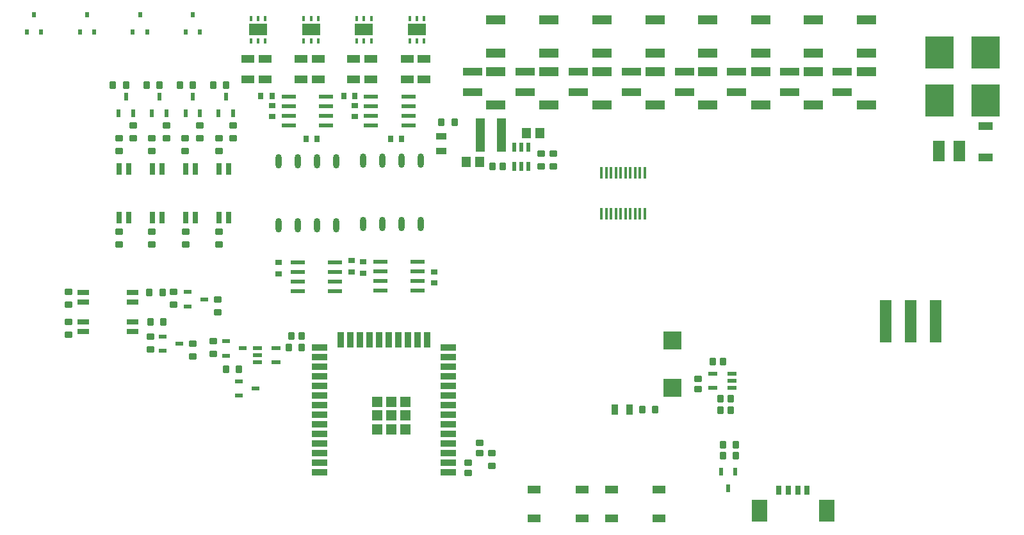
<source format=gtp>
G04*
G04 #@! TF.GenerationSoftware,Altium Limited,Altium Designer,23.1.1 (15)*
G04*
G04 Layer_Color=8421504*
%FSLAX44Y44*%
%MOMM*%
G71*
G04*
G04 #@! TF.SameCoordinates,834500F6-C2E4-4EAC-996A-B368302F4D9C*
G04*
G04*
G04 #@! TF.FilePolarity,Positive*
G04*
G01*
G75*
G04:AMPARAMS|DCode=21|XSize=1mm|YSize=0.9mm|CornerRadius=0.1125mm|HoleSize=0mm|Usage=FLASHONLY|Rotation=90.000|XOffset=0mm|YOffset=0mm|HoleType=Round|Shape=RoundedRectangle|*
%AMROUNDEDRECTD21*
21,1,1.0000,0.6750,0,0,90.0*
21,1,0.7750,0.9000,0,0,90.0*
1,1,0.2250,0.3375,0.3875*
1,1,0.2250,0.3375,-0.3875*
1,1,0.2250,-0.3375,-0.3875*
1,1,0.2250,-0.3375,0.3875*
%
%ADD21ROUNDEDRECTD21*%
%ADD22R,0.9000X1.4000*%
%ADD23R,1.4000X0.9000*%
%ADD24R,0.8000X1.3000*%
%ADD25R,2.1000X3.0000*%
G04:AMPARAMS|DCode=26|XSize=1mm|YSize=0.9mm|CornerRadius=0.1125mm|HoleSize=0mm|Usage=FLASHONLY|Rotation=180.000|XOffset=0mm|YOffset=0mm|HoleType=Round|Shape=RoundedRectangle|*
%AMROUNDEDRECTD26*
21,1,1.0000,0.6750,0,0,180.0*
21,1,0.7750,0.9000,0,0,180.0*
1,1,0.2250,-0.3875,0.3375*
1,1,0.2250,0.3875,0.3375*
1,1,0.2250,0.3875,-0.3375*
1,1,0.2250,-0.3875,-0.3375*
%
%ADD26ROUNDEDRECTD26*%
%ADD27R,2.4100X2.3700*%
G04:AMPARAMS|DCode=28|XSize=0.95mm|YSize=0.85mm|CornerRadius=0.1063mm|HoleSize=0mm|Usage=FLASHONLY|Rotation=270.000|XOffset=0mm|YOffset=0mm|HoleType=Round|Shape=RoundedRectangle|*
%AMROUNDEDRECTD28*
21,1,0.9500,0.6375,0,0,270.0*
21,1,0.7375,0.8500,0,0,270.0*
1,1,0.2125,-0.3188,-0.3688*
1,1,0.2125,-0.3188,0.3688*
1,1,0.2125,0.3188,0.3688*
1,1,0.2125,0.3188,-0.3688*
%
%ADD28ROUNDEDRECTD28*%
%ADD29R,1.2000X0.5500*%
G04:AMPARAMS|DCode=30|XSize=0.95mm|YSize=0.85mm|CornerRadius=0.1063mm|HoleSize=0mm|Usage=FLASHONLY|Rotation=180.000|XOffset=0mm|YOffset=0mm|HoleType=Round|Shape=RoundedRectangle|*
%AMROUNDEDRECTD30*
21,1,0.9500,0.6375,0,0,180.0*
21,1,0.7375,0.8500,0,0,180.0*
1,1,0.2125,-0.3688,0.3188*
1,1,0.2125,0.3688,0.3188*
1,1,0.2125,0.3688,-0.3188*
1,1,0.2125,-0.3688,-0.3188*
%
%ADD30ROUNDEDRECTD30*%
%ADD31R,1.8800X1.1000*%
%ADD32R,1.6000X5.6000*%
%ADD33R,1.5300X2.7200*%
%ADD34R,3.8100X4.2400*%
%ADD35R,0.6000X1.1000*%
%ADD36R,1.7000X1.0000*%
%ADD37R,1.3300X1.3300*%
%ADD38R,2.0000X0.9000*%
%ADD39R,0.9000X2.0000*%
%ADD40R,1.1500X0.6000*%
%ADD41R,1.1000X0.6000*%
%ADD42R,1.0500X0.6000*%
%ADD43R,1.6500X0.6500*%
%ADD44R,0.9000X0.7000*%
%ADD45R,1.9812X0.5588*%
%ADD46R,1.1500X1.4700*%
%ADD47R,0.7000X0.9000*%
%ADD48O,0.8500X1.9000*%
%ADD49R,0.6500X1.6500*%
%ADD50R,0.6000X1.2000*%
%ADD51R,1.3000X4.4000*%
%ADD52R,0.9000X0.8000*%
%ADD53R,0.6000X1.0500*%
%ADD54R,2.6000X1.2000*%
%ADD55R,2.6000X1.1000*%
%ADD56R,1.7000X1.1000*%
%ADD57R,0.4500X0.7500*%
%ADD58R,2.4000X1.6000*%
%ADD59R,0.6200X0.6750*%
%ADD60R,0.4350X1.4950*%
D21*
X847970Y160528D02*
D03*
X830970D02*
D03*
X582286Y540512D02*
D03*
X565286D02*
D03*
X937142Y114300D02*
D03*
X954142D02*
D03*
X954142Y99314D02*
D03*
X937142D02*
D03*
X380610Y242570D02*
D03*
X363610D02*
D03*
X180222Y276606D02*
D03*
X197222D02*
D03*
X179206Y315976D02*
D03*
X196206D02*
D03*
X263280Y589788D02*
D03*
X280280D02*
D03*
X219338D02*
D03*
X236338D02*
D03*
X175142D02*
D03*
X192142D02*
D03*
X130946D02*
D03*
X147946D02*
D03*
X280552Y214122D02*
D03*
X297552D02*
D03*
D22*
X794664Y160528D02*
D03*
X813664D02*
D03*
D23*
X565286Y503072D02*
D03*
Y522072D02*
D03*
D24*
X1011220Y54330D02*
D03*
X1023720D02*
D03*
X1036220D02*
D03*
X1048720D02*
D03*
D25*
X1074220Y26830D02*
D03*
X985720D02*
D03*
D26*
X245872Y519566D02*
D03*
Y536566D02*
D03*
X201422D02*
D03*
Y519566D02*
D03*
X631952Y102988D02*
D03*
Y85988D02*
D03*
X263398Y251070D02*
D03*
Y234070D02*
D03*
X236220Y230514D02*
D03*
Y247514D02*
D03*
X180848Y257166D02*
D03*
Y240166D02*
D03*
X269240Y306188D02*
D03*
Y289188D02*
D03*
X211328Y316094D02*
D03*
Y299094D02*
D03*
X71882Y259724D02*
D03*
Y276724D02*
D03*
Y299094D02*
D03*
Y316094D02*
D03*
X270764Y379358D02*
D03*
Y396358D02*
D03*
X226822Y379358D02*
D03*
Y396358D02*
D03*
X182626Y379358D02*
D03*
Y396358D02*
D03*
X138684Y379358D02*
D03*
Y396358D02*
D03*
X712778Y499332D02*
D03*
Y482332D02*
D03*
X696776Y482332D02*
D03*
Y499332D02*
D03*
X289628Y519566D02*
D03*
Y536566D02*
D03*
X270764Y502548D02*
D03*
Y519548D02*
D03*
X226568D02*
D03*
Y502548D02*
D03*
X182626Y519548D02*
D03*
Y502548D02*
D03*
X138684Y519548D02*
D03*
Y502548D02*
D03*
X157480Y519566D02*
D03*
Y536566D02*
D03*
D27*
X870712Y251722D02*
D03*
Y189222D02*
D03*
D28*
X947820Y175260D02*
D03*
X934320D02*
D03*
X947820Y159512D02*
D03*
X934320D02*
D03*
X923652Y224028D02*
D03*
X937152D02*
D03*
X380384Y257810D02*
D03*
X366884D02*
D03*
X632368Y482450D02*
D03*
X645868D02*
D03*
D29*
X923498Y208128D02*
D03*
Y189128D02*
D03*
X949498Y208128D02*
D03*
Y198628D02*
D03*
Y189128D02*
D03*
D30*
X904494Y187560D02*
D03*
Y201060D02*
D03*
X615950Y116478D02*
D03*
Y102978D02*
D03*
X600202Y90316D02*
D03*
Y76816D02*
D03*
D31*
X1284224Y536116D02*
D03*
Y494616D02*
D03*
D32*
X1218418Y277368D02*
D03*
X1185418D02*
D03*
X1152418D02*
D03*
D33*
X1222808Y502666D02*
D03*
X1249628D02*
D03*
D34*
X1284224Y633372D02*
D03*
Y569572D02*
D03*
X1223772D02*
D03*
Y633372D02*
D03*
D35*
X944372Y56310D02*
D03*
X934872Y78310D02*
D03*
X953872D02*
D03*
D36*
X852932Y16564D02*
D03*
X789932D02*
D03*
X852932Y54564D02*
D03*
X789932D02*
D03*
X750824Y16564D02*
D03*
X687824D02*
D03*
X750824Y54564D02*
D03*
X687824D02*
D03*
D37*
X480600Y171000D02*
D03*
X498950D02*
D03*
X517300D02*
D03*
X480600Y152650D02*
D03*
X498950D02*
D03*
X517300D02*
D03*
X480600Y134300D02*
D03*
X498950D02*
D03*
X517300D02*
D03*
D38*
X403950Y77650D02*
D03*
Y90350D02*
D03*
Y115750D02*
D03*
Y128450D02*
D03*
Y141150D02*
D03*
Y153850D02*
D03*
Y166550D02*
D03*
Y179250D02*
D03*
Y191950D02*
D03*
Y204650D02*
D03*
Y217350D02*
D03*
Y242750D02*
D03*
X573950Y103050D02*
D03*
Y90350D02*
D03*
Y77650D02*
D03*
Y204650D02*
D03*
Y191950D02*
D03*
Y242750D02*
D03*
Y217350D02*
D03*
Y115750D02*
D03*
Y128450D02*
D03*
Y230050D02*
D03*
Y153850D02*
D03*
Y141150D02*
D03*
Y166550D02*
D03*
Y179250D02*
D03*
X403950Y103050D02*
D03*
Y230050D02*
D03*
D39*
X457200Y252750D02*
D03*
X469900D02*
D03*
X482600D02*
D03*
X495300D02*
D03*
X508000D02*
D03*
X520700D02*
D03*
X546100D02*
D03*
X431800D02*
D03*
X533400D02*
D03*
X444500D02*
D03*
D40*
X321510Y241910D02*
D03*
Y232410D02*
D03*
Y222910D02*
D03*
X346510Y241910D02*
D03*
Y222910D02*
D03*
D41*
X302338Y241554D02*
D03*
X280338Y232054D02*
D03*
Y251054D02*
D03*
X297356Y198222D02*
D03*
Y179222D02*
D03*
X319356Y188722D02*
D03*
D42*
X197026Y257150D02*
D03*
Y238150D02*
D03*
X219026Y247650D02*
D03*
X252046Y306578D02*
D03*
X230046Y297078D02*
D03*
Y316078D02*
D03*
D43*
X91960Y276606D02*
D03*
Y263906D02*
D03*
X156960D02*
D03*
Y276606D02*
D03*
Y315976D02*
D03*
Y303276D02*
D03*
X91960D02*
D03*
Y315976D02*
D03*
D44*
X555244Y328034D02*
D03*
Y343034D02*
D03*
X462026Y340988D02*
D03*
Y355988D02*
D03*
X446024Y357766D02*
D03*
Y342766D02*
D03*
X350012Y340480D02*
D03*
Y355480D02*
D03*
D45*
X533400Y317754D02*
D03*
Y330454D02*
D03*
Y355854D02*
D03*
X484124Y343154D02*
D03*
Y330454D02*
D03*
Y317754D02*
D03*
X533400Y343154D02*
D03*
X484124Y355854D02*
D03*
X424180Y317500D02*
D03*
Y330200D02*
D03*
Y355600D02*
D03*
X374904Y342900D02*
D03*
Y330200D02*
D03*
Y317500D02*
D03*
X424180Y342900D02*
D03*
X374904Y355600D02*
D03*
X472186Y536448D02*
D03*
Y549148D02*
D03*
Y561848D02*
D03*
X521462Y574548D02*
D03*
Y549148D02*
D03*
Y536448D02*
D03*
X472186Y574548D02*
D03*
X521462Y561848D02*
D03*
X412793Y536448D02*
D03*
Y549148D02*
D03*
Y574548D02*
D03*
X363517Y561848D02*
D03*
Y549148D02*
D03*
Y536448D02*
D03*
Y574548D02*
D03*
X412793Y561848D02*
D03*
D46*
X597752Y487934D02*
D03*
X615352D02*
D03*
X695162Y526138D02*
D03*
X677562D02*
D03*
D47*
X497652Y518668D02*
D03*
X512652D02*
D03*
X385946D02*
D03*
X400946D02*
D03*
X450984Y575818D02*
D03*
X435984D02*
D03*
X326256D02*
D03*
X341256D02*
D03*
D48*
X537972Y490056D02*
D03*
X487172D02*
D03*
X461772D02*
D03*
X537972Y406056D02*
D03*
X512572D02*
D03*
X487172D02*
D03*
X461772D02*
D03*
X512572Y490056D02*
D03*
X375412Y404786D02*
D03*
X400812D02*
D03*
X426212D02*
D03*
X350012Y488786D02*
D03*
X375412D02*
D03*
X426212D02*
D03*
X350012Y404786D02*
D03*
X400812Y488786D02*
D03*
D49*
X270764Y479286D02*
D03*
X283464D02*
D03*
Y414286D02*
D03*
X270764D02*
D03*
X226737D02*
D03*
X239437D02*
D03*
Y479286D02*
D03*
X226737D02*
D03*
X182711D02*
D03*
X195411D02*
D03*
Y414286D02*
D03*
X182711D02*
D03*
X138684Y479286D02*
D03*
X151384D02*
D03*
Y414286D02*
D03*
X138684D02*
D03*
D50*
X661368Y507396D02*
D03*
X670868D02*
D03*
X680368D02*
D03*
Y482396D02*
D03*
X670868D02*
D03*
X661368D02*
D03*
D51*
X616174Y523494D02*
D03*
X644174D02*
D03*
D52*
X450850Y562498D02*
D03*
Y548498D02*
D03*
X341122Y548752D02*
D03*
Y562752D02*
D03*
D53*
X280162Y574626D02*
D03*
X289662Y552626D02*
D03*
X270662D02*
D03*
X236220Y574626D02*
D03*
X245720Y552626D02*
D03*
X226720D02*
D03*
X192024Y574626D02*
D03*
X201524Y552626D02*
D03*
X182524D02*
D03*
X148082Y574626D02*
D03*
X157582Y552626D02*
D03*
X138582D02*
D03*
D54*
X1126998Y563470D02*
D03*
Y607470D02*
D03*
X1057148D02*
D03*
Y563470D02*
D03*
X987298D02*
D03*
Y607470D02*
D03*
X917194D02*
D03*
Y563470D02*
D03*
X847344Y607470D02*
D03*
Y563470D02*
D03*
X777240Y607470D02*
D03*
Y563470D02*
D03*
X707136Y607470D02*
D03*
Y563470D02*
D03*
X637286Y607470D02*
D03*
Y563470D02*
D03*
X1126998Y632050D02*
D03*
Y676050D02*
D03*
X1057148D02*
D03*
Y632050D02*
D03*
X987298Y676050D02*
D03*
Y632050D02*
D03*
X917194Y676050D02*
D03*
Y632050D02*
D03*
X847344Y676050D02*
D03*
Y632050D02*
D03*
X777240Y676050D02*
D03*
Y632050D02*
D03*
X707136Y676050D02*
D03*
Y632050D02*
D03*
X637286Y676050D02*
D03*
Y632050D02*
D03*
D55*
X1095248Y580970D02*
D03*
Y607970D02*
D03*
X1025144D02*
D03*
Y580970D02*
D03*
X955294D02*
D03*
Y607970D02*
D03*
X886460D02*
D03*
Y580970D02*
D03*
X816356Y607970D02*
D03*
Y580970D02*
D03*
X746506Y607970D02*
D03*
Y580970D02*
D03*
X675640Y607970D02*
D03*
Y580970D02*
D03*
X606044Y607970D02*
D03*
Y580970D02*
D03*
D56*
X542290Y597624D02*
D03*
Y624624D02*
D03*
X519684D02*
D03*
Y597624D02*
D03*
X472186D02*
D03*
Y624624D02*
D03*
X449326D02*
D03*
Y597624D02*
D03*
X402082D02*
D03*
Y624624D02*
D03*
X379476D02*
D03*
Y597624D02*
D03*
X332232D02*
D03*
Y624624D02*
D03*
X309626D02*
D03*
Y597624D02*
D03*
D57*
X542392Y678194D02*
D03*
X532892D02*
D03*
X523392D02*
D03*
Y648194D02*
D03*
X532892D02*
D03*
X542392D02*
D03*
X462788D02*
D03*
X453288D02*
D03*
Y678194D02*
D03*
X462788D02*
D03*
X472288D02*
D03*
Y648194D02*
D03*
X392684D02*
D03*
X383184D02*
D03*
Y678194D02*
D03*
X392684D02*
D03*
X402184D02*
D03*
Y648194D02*
D03*
X322834D02*
D03*
X313334D02*
D03*
Y678194D02*
D03*
X322834D02*
D03*
X332334D02*
D03*
Y648194D02*
D03*
D58*
X532892Y663194D02*
D03*
X462788D02*
D03*
X392684D02*
D03*
X322834D02*
D03*
D59*
X236474Y682702D02*
D03*
X245974Y659942D02*
D03*
X226974D02*
D03*
X166624Y682702D02*
D03*
X176124Y659942D02*
D03*
X157124D02*
D03*
X96520Y682702D02*
D03*
X106020Y659942D02*
D03*
X87020D02*
D03*
X16916D02*
D03*
X35916D02*
D03*
X26416Y682702D02*
D03*
D60*
X833989Y473709D02*
D03*
X827629D02*
D03*
X821289D02*
D03*
X814929D02*
D03*
X808589D02*
D03*
X802229D02*
D03*
X795889D02*
D03*
X789529D02*
D03*
X783189D02*
D03*
X776829D02*
D03*
Y419669D02*
D03*
X783189D02*
D03*
X789529D02*
D03*
X795889D02*
D03*
X802229D02*
D03*
X808589D02*
D03*
X814929D02*
D03*
X821289D02*
D03*
X827629D02*
D03*
X833989D02*
D03*
M02*

</source>
